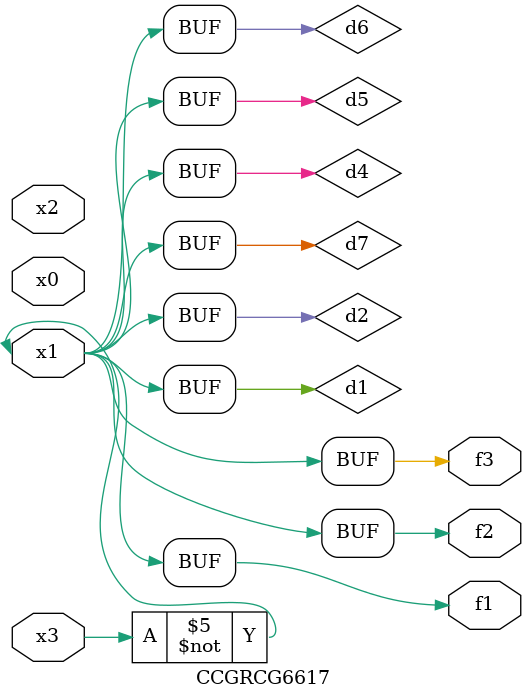
<source format=v>
module CCGRCG6617(
	input x0, x1, x2, x3,
	output f1, f2, f3
);

	wire d1, d2, d3, d4, d5, d6, d7;

	not (d1, x3);
	buf (d2, x1);
	xnor (d3, d1, d2);
	nor (d4, d1);
	buf (d5, d1, d2);
	buf (d6, d4, d5);
	nand (d7, d4);
	assign f1 = d6;
	assign f2 = d7;
	assign f3 = d6;
endmodule

</source>
